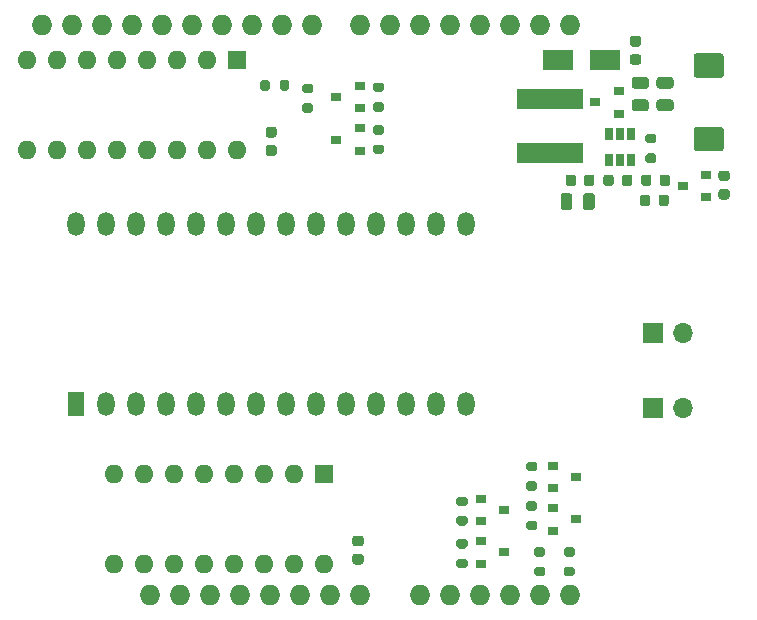
<source format=gbr>
%TF.GenerationSoftware,KiCad,Pcbnew,(5.1.9)-1*%
%TF.CreationDate,2023-04-19T23:26:57+02:00*%
%TF.ProjectId,w27c512_ardu_prog_K24DP6B78EA,77323763-3531-4325-9f61-7264755f7072,rev?*%
%TF.SameCoordinates,Original*%
%TF.FileFunction,Soldermask,Top*%
%TF.FilePolarity,Negative*%
%FSLAX46Y46*%
G04 Gerber Fmt 4.6, Leading zero omitted, Abs format (unit mm)*
G04 Created by KiCad (PCBNEW (5.1.9)-1) date 2023-04-19 23:26:57*
%MOMM*%
%LPD*%
G01*
G04 APERTURE LIST*
%ADD10O,1.727200X1.727200*%
%ADD11O,1.440000X2.000000*%
%ADD12R,1.440000X2.000000*%
%ADD13R,0.650000X1.060000*%
%ADD14O,1.600000X1.600000*%
%ADD15R,1.600000X1.600000*%
%ADD16R,0.900000X0.800000*%
%ADD17R,5.700000X1.800000*%
%ADD18O,1.700000X1.700000*%
%ADD19R,1.700000X1.700000*%
%ADD20R,2.500000X1.800000*%
G04 APERTURE END LIST*
D10*
%TO.C,XA1*%
X175820000Y-111110000D03*
X173280000Y-111110000D03*
X170740000Y-111110000D03*
X168200000Y-111110000D03*
X165660000Y-111110000D03*
X140260000Y-111110000D03*
X146356000Y-62850000D03*
X143816000Y-62850000D03*
X141276000Y-62850000D03*
X136196000Y-62850000D03*
X133656000Y-62850000D03*
X131116000Y-62850000D03*
X148896000Y-62850000D03*
X151436000Y-62850000D03*
X153976000Y-62850000D03*
X138736000Y-62850000D03*
X158040000Y-62850000D03*
X160580000Y-62850000D03*
X163120000Y-62850000D03*
X165660000Y-62850000D03*
X168200000Y-62850000D03*
X170740000Y-62850000D03*
X173280000Y-62850000D03*
X175820000Y-62850000D03*
X142800000Y-111110000D03*
X145340000Y-111110000D03*
X147880000Y-111110000D03*
X150420000Y-111110000D03*
X152960000Y-111110000D03*
X155500000Y-111110000D03*
X158040000Y-111110000D03*
X163120000Y-111110000D03*
%TD*%
%TO.C,C2*%
G36*
G01*
X150800000Y-72375000D02*
X150300000Y-72375000D01*
G75*
G02*
X150075000Y-72150000I0J225000D01*
G01*
X150075000Y-71700000D01*
G75*
G02*
X150300000Y-71475000I225000J0D01*
G01*
X150800000Y-71475000D01*
G75*
G02*
X151025000Y-71700000I0J-225000D01*
G01*
X151025000Y-72150000D01*
G75*
G02*
X150800000Y-72375000I-225000J0D01*
G01*
G37*
G36*
G01*
X150800000Y-73925000D02*
X150300000Y-73925000D01*
G75*
G02*
X150075000Y-73700000I0J225000D01*
G01*
X150075000Y-73250000D01*
G75*
G02*
X150300000Y-73025000I225000J0D01*
G01*
X150800000Y-73025000D01*
G75*
G02*
X151025000Y-73250000I0J-225000D01*
G01*
X151025000Y-73700000D01*
G75*
G02*
X150800000Y-73925000I-225000J0D01*
G01*
G37*
%TD*%
D11*
%TO.C,XU1*%
X167020000Y-79660000D03*
X167020000Y-94900000D03*
X164480000Y-79660000D03*
X164480000Y-94900000D03*
X161940000Y-79660000D03*
X161940000Y-94900000D03*
X159400000Y-79660000D03*
X159400000Y-94900000D03*
X156860000Y-79660000D03*
X156860000Y-94900000D03*
X154320000Y-79660000D03*
X154320000Y-94900000D03*
X151780000Y-79660000D03*
X151780000Y-94900000D03*
X149240000Y-79660000D03*
X149240000Y-94900000D03*
X146700000Y-79660000D03*
X146700000Y-94900000D03*
X144160000Y-79660000D03*
X144160000Y-94900000D03*
X141620000Y-79660000D03*
X141620000Y-94900000D03*
X139080000Y-79660000D03*
X139080000Y-94900000D03*
X136540000Y-79660000D03*
X136540000Y-94900000D03*
X134000000Y-79660000D03*
D12*
X134000000Y-94900000D03*
%TD*%
D13*
%TO.C,U3*%
X180100000Y-72100000D03*
X179150000Y-72100000D03*
X181050000Y-72100000D03*
X181050000Y-74300000D03*
X180100000Y-74300000D03*
X179150000Y-74300000D03*
%TD*%
D14*
%TO.C,U2*%
X147700000Y-73420000D03*
X129920000Y-65800000D03*
X145160000Y-73420000D03*
X132460000Y-65800000D03*
X142620000Y-73420000D03*
X135000000Y-65800000D03*
X140080000Y-73420000D03*
X137540000Y-65800000D03*
X137540000Y-73420000D03*
X140080000Y-65800000D03*
X135000000Y-73420000D03*
X142620000Y-65800000D03*
X132460000Y-73420000D03*
X145160000Y-65800000D03*
X129920000Y-73420000D03*
D15*
X147700000Y-65800000D03*
%TD*%
D14*
%TO.C,U1*%
X155000000Y-108520000D03*
X137220000Y-100900000D03*
X152460000Y-108520000D03*
X139760000Y-100900000D03*
X149920000Y-108520000D03*
X142300000Y-100900000D03*
X147380000Y-108520000D03*
X144840000Y-100900000D03*
X144840000Y-108520000D03*
X147380000Y-100900000D03*
X142300000Y-108520000D03*
X149920000Y-100900000D03*
X139760000Y-108520000D03*
X152460000Y-100900000D03*
X137220000Y-108520000D03*
D15*
X155000000Y-100900000D03*
%TD*%
%TO.C,R15*%
G36*
G01*
X159375000Y-72975000D02*
X159925000Y-72975000D01*
G75*
G02*
X160125000Y-73175000I0J-200000D01*
G01*
X160125000Y-73575000D01*
G75*
G02*
X159925000Y-73775000I-200000J0D01*
G01*
X159375000Y-73775000D01*
G75*
G02*
X159175000Y-73575000I0J200000D01*
G01*
X159175000Y-73175000D01*
G75*
G02*
X159375000Y-72975000I200000J0D01*
G01*
G37*
G36*
G01*
X159375000Y-71325000D02*
X159925000Y-71325000D01*
G75*
G02*
X160125000Y-71525000I0J-200000D01*
G01*
X160125000Y-71925000D01*
G75*
G02*
X159925000Y-72125000I-200000J0D01*
G01*
X159375000Y-72125000D01*
G75*
G02*
X159175000Y-71925000I0J200000D01*
G01*
X159175000Y-71525000D01*
G75*
G02*
X159375000Y-71325000I200000J0D01*
G01*
G37*
%TD*%
%TO.C,R14*%
G36*
G01*
X166975000Y-103575000D02*
X166425000Y-103575000D01*
G75*
G02*
X166225000Y-103375000I0J200000D01*
G01*
X166225000Y-102975000D01*
G75*
G02*
X166425000Y-102775000I200000J0D01*
G01*
X166975000Y-102775000D01*
G75*
G02*
X167175000Y-102975000I0J-200000D01*
G01*
X167175000Y-103375000D01*
G75*
G02*
X166975000Y-103575000I-200000J0D01*
G01*
G37*
G36*
G01*
X166975000Y-105225000D02*
X166425000Y-105225000D01*
G75*
G02*
X166225000Y-105025000I0J200000D01*
G01*
X166225000Y-104625000D01*
G75*
G02*
X166425000Y-104425000I200000J0D01*
G01*
X166975000Y-104425000D01*
G75*
G02*
X167175000Y-104625000I0J-200000D01*
G01*
X167175000Y-105025000D01*
G75*
G02*
X166975000Y-105225000I-200000J0D01*
G01*
G37*
%TD*%
%TO.C,R13*%
G36*
G01*
X172875000Y-100625000D02*
X172325000Y-100625000D01*
G75*
G02*
X172125000Y-100425000I0J200000D01*
G01*
X172125000Y-100025000D01*
G75*
G02*
X172325000Y-99825000I200000J0D01*
G01*
X172875000Y-99825000D01*
G75*
G02*
X173075000Y-100025000I0J-200000D01*
G01*
X173075000Y-100425000D01*
G75*
G02*
X172875000Y-100625000I-200000J0D01*
G01*
G37*
G36*
G01*
X172875000Y-102275000D02*
X172325000Y-102275000D01*
G75*
G02*
X172125000Y-102075000I0J200000D01*
G01*
X172125000Y-101675000D01*
G75*
G02*
X172325000Y-101475000I200000J0D01*
G01*
X172875000Y-101475000D01*
G75*
G02*
X173075000Y-101675000I0J-200000D01*
G01*
X173075000Y-102075000D01*
G75*
G02*
X172875000Y-102275000I-200000J0D01*
G01*
G37*
%TD*%
%TO.C,R12*%
G36*
G01*
X150425000Y-67675000D02*
X150425000Y-68225000D01*
G75*
G02*
X150225000Y-68425000I-200000J0D01*
G01*
X149825000Y-68425000D01*
G75*
G02*
X149625000Y-68225000I0J200000D01*
G01*
X149625000Y-67675000D01*
G75*
G02*
X149825000Y-67475000I200000J0D01*
G01*
X150225000Y-67475000D01*
G75*
G02*
X150425000Y-67675000I0J-200000D01*
G01*
G37*
G36*
G01*
X152075000Y-67675000D02*
X152075000Y-68225000D01*
G75*
G02*
X151875000Y-68425000I-200000J0D01*
G01*
X151475000Y-68425000D01*
G75*
G02*
X151275000Y-68225000I0J200000D01*
G01*
X151275000Y-67675000D01*
G75*
G02*
X151475000Y-67475000I200000J0D01*
G01*
X151875000Y-67475000D01*
G75*
G02*
X152075000Y-67675000I0J-200000D01*
G01*
G37*
%TD*%
%TO.C,R11*%
G36*
G01*
X189156250Y-76050000D02*
X188643750Y-76050000D01*
G75*
G02*
X188425000Y-75831250I0J218750D01*
G01*
X188425000Y-75393750D01*
G75*
G02*
X188643750Y-75175000I218750J0D01*
G01*
X189156250Y-75175000D01*
G75*
G02*
X189375000Y-75393750I0J-218750D01*
G01*
X189375000Y-75831250D01*
G75*
G02*
X189156250Y-76050000I-218750J0D01*
G01*
G37*
G36*
G01*
X189156250Y-77625000D02*
X188643750Y-77625000D01*
G75*
G02*
X188425000Y-77406250I0J218750D01*
G01*
X188425000Y-76968750D01*
G75*
G02*
X188643750Y-76750000I218750J0D01*
G01*
X189156250Y-76750000D01*
G75*
G02*
X189375000Y-76968750I0J-218750D01*
G01*
X189375000Y-77406250D01*
G75*
G02*
X189156250Y-77625000I-218750J0D01*
G01*
G37*
%TD*%
%TO.C,R10*%
G36*
G01*
X179550000Y-75743750D02*
X179550000Y-76256250D01*
G75*
G02*
X179331250Y-76475000I-218750J0D01*
G01*
X178893750Y-76475000D01*
G75*
G02*
X178675000Y-76256250I0J218750D01*
G01*
X178675000Y-75743750D01*
G75*
G02*
X178893750Y-75525000I218750J0D01*
G01*
X179331250Y-75525000D01*
G75*
G02*
X179550000Y-75743750I0J-218750D01*
G01*
G37*
G36*
G01*
X181125000Y-75743750D02*
X181125000Y-76256250D01*
G75*
G02*
X180906250Y-76475000I-218750J0D01*
G01*
X180468750Y-76475000D01*
G75*
G02*
X180250000Y-76256250I0J218750D01*
G01*
X180250000Y-75743750D01*
G75*
G02*
X180468750Y-75525000I218750J0D01*
G01*
X180906250Y-75525000D01*
G75*
G02*
X181125000Y-75743750I0J-218750D01*
G01*
G37*
%TD*%
%TO.C,R9*%
G36*
G01*
X159925000Y-68525000D02*
X159375000Y-68525000D01*
G75*
G02*
X159175000Y-68325000I0J200000D01*
G01*
X159175000Y-67925000D01*
G75*
G02*
X159375000Y-67725000I200000J0D01*
G01*
X159925000Y-67725000D01*
G75*
G02*
X160125000Y-67925000I0J-200000D01*
G01*
X160125000Y-68325000D01*
G75*
G02*
X159925000Y-68525000I-200000J0D01*
G01*
G37*
G36*
G01*
X159925000Y-70175000D02*
X159375000Y-70175000D01*
G75*
G02*
X159175000Y-69975000I0J200000D01*
G01*
X159175000Y-69575000D01*
G75*
G02*
X159375000Y-69375000I200000J0D01*
G01*
X159925000Y-69375000D01*
G75*
G02*
X160125000Y-69575000I0J-200000D01*
G01*
X160125000Y-69975000D01*
G75*
G02*
X159925000Y-70175000I-200000J0D01*
G01*
G37*
%TD*%
%TO.C,R8*%
G36*
G01*
X166425000Y-108025000D02*
X166975000Y-108025000D01*
G75*
G02*
X167175000Y-108225000I0J-200000D01*
G01*
X167175000Y-108625000D01*
G75*
G02*
X166975000Y-108825000I-200000J0D01*
G01*
X166425000Y-108825000D01*
G75*
G02*
X166225000Y-108625000I0J200000D01*
G01*
X166225000Y-108225000D01*
G75*
G02*
X166425000Y-108025000I200000J0D01*
G01*
G37*
G36*
G01*
X166425000Y-106375000D02*
X166975000Y-106375000D01*
G75*
G02*
X167175000Y-106575000I0J-200000D01*
G01*
X167175000Y-106975000D01*
G75*
G02*
X166975000Y-107175000I-200000J0D01*
G01*
X166425000Y-107175000D01*
G75*
G02*
X166225000Y-106975000I0J200000D01*
G01*
X166225000Y-106575000D01*
G75*
G02*
X166425000Y-106375000I200000J0D01*
G01*
G37*
%TD*%
%TO.C,R7*%
G36*
G01*
X182425000Y-73725000D02*
X182975000Y-73725000D01*
G75*
G02*
X183175000Y-73925000I0J-200000D01*
G01*
X183175000Y-74325000D01*
G75*
G02*
X182975000Y-74525000I-200000J0D01*
G01*
X182425000Y-74525000D01*
G75*
G02*
X182225000Y-74325000I0J200000D01*
G01*
X182225000Y-73925000D01*
G75*
G02*
X182425000Y-73725000I200000J0D01*
G01*
G37*
G36*
G01*
X182425000Y-72075000D02*
X182975000Y-72075000D01*
G75*
G02*
X183175000Y-72275000I0J-200000D01*
G01*
X183175000Y-72675000D01*
G75*
G02*
X182975000Y-72875000I-200000J0D01*
G01*
X182425000Y-72875000D01*
G75*
G02*
X182225000Y-72675000I0J200000D01*
G01*
X182225000Y-72275000D01*
G75*
G02*
X182425000Y-72075000I200000J0D01*
G01*
G37*
%TD*%
%TO.C,R6*%
G36*
G01*
X172325000Y-104825000D02*
X172875000Y-104825000D01*
G75*
G02*
X173075000Y-105025000I0J-200000D01*
G01*
X173075000Y-105425000D01*
G75*
G02*
X172875000Y-105625000I-200000J0D01*
G01*
X172325000Y-105625000D01*
G75*
G02*
X172125000Y-105425000I0J200000D01*
G01*
X172125000Y-105025000D01*
G75*
G02*
X172325000Y-104825000I200000J0D01*
G01*
G37*
G36*
G01*
X172325000Y-103175000D02*
X172875000Y-103175000D01*
G75*
G02*
X173075000Y-103375000I0J-200000D01*
G01*
X173075000Y-103775000D01*
G75*
G02*
X172875000Y-103975000I-200000J0D01*
G01*
X172325000Y-103975000D01*
G75*
G02*
X172125000Y-103775000I0J200000D01*
G01*
X172125000Y-103375000D01*
G75*
G02*
X172325000Y-103175000I200000J0D01*
G01*
G37*
%TD*%
%TO.C,R5*%
G36*
G01*
X183350000Y-77956250D02*
X183350000Y-77443750D01*
G75*
G02*
X183568750Y-77225000I218750J0D01*
G01*
X184006250Y-77225000D01*
G75*
G02*
X184225000Y-77443750I0J-218750D01*
G01*
X184225000Y-77956250D01*
G75*
G02*
X184006250Y-78175000I-218750J0D01*
G01*
X183568750Y-78175000D01*
G75*
G02*
X183350000Y-77956250I0J218750D01*
G01*
G37*
G36*
G01*
X181775000Y-77956250D02*
X181775000Y-77443750D01*
G75*
G02*
X181993750Y-77225000I218750J0D01*
G01*
X182431250Y-77225000D01*
G75*
G02*
X182650000Y-77443750I0J-218750D01*
G01*
X182650000Y-77956250D01*
G75*
G02*
X182431250Y-78175000I-218750J0D01*
G01*
X181993750Y-78175000D01*
G75*
G02*
X181775000Y-77956250I0J218750D01*
G01*
G37*
%TD*%
%TO.C,R4*%
G36*
G01*
X182750000Y-75743750D02*
X182750000Y-76256250D01*
G75*
G02*
X182531250Y-76475000I-218750J0D01*
G01*
X182093750Y-76475000D01*
G75*
G02*
X181875000Y-76256250I0J218750D01*
G01*
X181875000Y-75743750D01*
G75*
G02*
X182093750Y-75525000I218750J0D01*
G01*
X182531250Y-75525000D01*
G75*
G02*
X182750000Y-75743750I0J-218750D01*
G01*
G37*
G36*
G01*
X184325000Y-75743750D02*
X184325000Y-76256250D01*
G75*
G02*
X184106250Y-76475000I-218750J0D01*
G01*
X183668750Y-76475000D01*
G75*
G02*
X183450000Y-76256250I0J218750D01*
G01*
X183450000Y-75743750D01*
G75*
G02*
X183668750Y-75525000I218750J0D01*
G01*
X184106250Y-75525000D01*
G75*
G02*
X184325000Y-75743750I0J-218750D01*
G01*
G37*
%TD*%
%TO.C,R3*%
G36*
G01*
X173025000Y-108725000D02*
X173575000Y-108725000D01*
G75*
G02*
X173775000Y-108925000I0J-200000D01*
G01*
X173775000Y-109325000D01*
G75*
G02*
X173575000Y-109525000I-200000J0D01*
G01*
X173025000Y-109525000D01*
G75*
G02*
X172825000Y-109325000I0J200000D01*
G01*
X172825000Y-108925000D01*
G75*
G02*
X173025000Y-108725000I200000J0D01*
G01*
G37*
G36*
G01*
X173025000Y-107075000D02*
X173575000Y-107075000D01*
G75*
G02*
X173775000Y-107275000I0J-200000D01*
G01*
X173775000Y-107675000D01*
G75*
G02*
X173575000Y-107875000I-200000J0D01*
G01*
X173025000Y-107875000D01*
G75*
G02*
X172825000Y-107675000I0J200000D01*
G01*
X172825000Y-107275000D01*
G75*
G02*
X173025000Y-107075000I200000J0D01*
G01*
G37*
%TD*%
%TO.C,R2*%
G36*
G01*
X153925000Y-68625000D02*
X153375000Y-68625000D01*
G75*
G02*
X153175000Y-68425000I0J200000D01*
G01*
X153175000Y-68025000D01*
G75*
G02*
X153375000Y-67825000I200000J0D01*
G01*
X153925000Y-67825000D01*
G75*
G02*
X154125000Y-68025000I0J-200000D01*
G01*
X154125000Y-68425000D01*
G75*
G02*
X153925000Y-68625000I-200000J0D01*
G01*
G37*
G36*
G01*
X153925000Y-70275000D02*
X153375000Y-70275000D01*
G75*
G02*
X153175000Y-70075000I0J200000D01*
G01*
X153175000Y-69675000D01*
G75*
G02*
X153375000Y-69475000I200000J0D01*
G01*
X153925000Y-69475000D01*
G75*
G02*
X154125000Y-69675000I0J-200000D01*
G01*
X154125000Y-70075000D01*
G75*
G02*
X153925000Y-70275000I-200000J0D01*
G01*
G37*
%TD*%
%TO.C,R1*%
G36*
G01*
X175525000Y-108725000D02*
X176075000Y-108725000D01*
G75*
G02*
X176275000Y-108925000I0J-200000D01*
G01*
X176275000Y-109325000D01*
G75*
G02*
X176075000Y-109525000I-200000J0D01*
G01*
X175525000Y-109525000D01*
G75*
G02*
X175325000Y-109325000I0J200000D01*
G01*
X175325000Y-108925000D01*
G75*
G02*
X175525000Y-108725000I200000J0D01*
G01*
G37*
G36*
G01*
X175525000Y-107075000D02*
X176075000Y-107075000D01*
G75*
G02*
X176275000Y-107275000I0J-200000D01*
G01*
X176275000Y-107675000D01*
G75*
G02*
X176075000Y-107875000I-200000J0D01*
G01*
X175525000Y-107875000D01*
G75*
G02*
X175325000Y-107675000I0J200000D01*
G01*
X175325000Y-107275000D01*
G75*
G02*
X175525000Y-107075000I200000J0D01*
G01*
G37*
%TD*%
D16*
%TO.C,Q8*%
X156050000Y-72550000D03*
X158050000Y-71600000D03*
X158050000Y-73500000D03*
%TD*%
%TO.C,Q7*%
X170300000Y-103900000D03*
X168300000Y-104850000D03*
X168300000Y-102950000D03*
%TD*%
%TO.C,Q6*%
X176400000Y-101100000D03*
X174400000Y-102050000D03*
X174400000Y-100150000D03*
%TD*%
%TO.C,Q5*%
X156050000Y-68950000D03*
X158050000Y-68000000D03*
X158050000Y-69900000D03*
%TD*%
%TO.C,Q4*%
X170300000Y-107500000D03*
X168300000Y-108450000D03*
X168300000Y-106550000D03*
%TD*%
%TO.C,Q3*%
X176400000Y-104700000D03*
X174400000Y-105650000D03*
X174400000Y-103750000D03*
%TD*%
%TO.C,Q2*%
X185400000Y-76500000D03*
X187400000Y-75550000D03*
X187400000Y-77450000D03*
%TD*%
%TO.C,Q1*%
X178000000Y-69400000D03*
X180000000Y-68450000D03*
X180000000Y-70350000D03*
%TD*%
D17*
%TO.C,L1*%
X174200000Y-69100000D03*
X174200000Y-73700000D03*
%TD*%
D18*
%TO.C,J2*%
X185420000Y-95250000D03*
D19*
X182880000Y-95250000D03*
%TD*%
D18*
%TO.C,J1*%
X185420000Y-88900000D03*
D19*
X182880000Y-88900000D03*
%TD*%
D20*
%TO.C,D1*%
X174800000Y-65800000D03*
X178800000Y-65800000D03*
%TD*%
%TO.C,C9*%
G36*
G01*
X186575000Y-71475000D02*
X188625000Y-71475000D01*
G75*
G02*
X188875000Y-71725000I0J-250000D01*
G01*
X188875000Y-73300000D01*
G75*
G02*
X188625000Y-73550000I-250000J0D01*
G01*
X186575000Y-73550000D01*
G75*
G02*
X186325000Y-73300000I0J250000D01*
G01*
X186325000Y-71725000D01*
G75*
G02*
X186575000Y-71475000I250000J0D01*
G01*
G37*
G36*
G01*
X186575000Y-65250000D02*
X188625000Y-65250000D01*
G75*
G02*
X188875000Y-65500000I0J-250000D01*
G01*
X188875000Y-67075000D01*
G75*
G02*
X188625000Y-67325000I-250000J0D01*
G01*
X186575000Y-67325000D01*
G75*
G02*
X186325000Y-67075000I0J250000D01*
G01*
X186325000Y-65500000D01*
G75*
G02*
X186575000Y-65250000I250000J0D01*
G01*
G37*
%TD*%
%TO.C,C8*%
G36*
G01*
X182275000Y-68250000D02*
X181325000Y-68250000D01*
G75*
G02*
X181075000Y-68000000I0J250000D01*
G01*
X181075000Y-67500000D01*
G75*
G02*
X181325000Y-67250000I250000J0D01*
G01*
X182275000Y-67250000D01*
G75*
G02*
X182525000Y-67500000I0J-250000D01*
G01*
X182525000Y-68000000D01*
G75*
G02*
X182275000Y-68250000I-250000J0D01*
G01*
G37*
G36*
G01*
X182275000Y-70150000D02*
X181325000Y-70150000D01*
G75*
G02*
X181075000Y-69900000I0J250000D01*
G01*
X181075000Y-69400000D01*
G75*
G02*
X181325000Y-69150000I250000J0D01*
G01*
X182275000Y-69150000D01*
G75*
G02*
X182525000Y-69400000I0J-250000D01*
G01*
X182525000Y-69900000D01*
G75*
G02*
X182275000Y-70150000I-250000J0D01*
G01*
G37*
%TD*%
%TO.C,C7*%
G36*
G01*
X184375000Y-68250000D02*
X183425000Y-68250000D01*
G75*
G02*
X183175000Y-68000000I0J250000D01*
G01*
X183175000Y-67500000D01*
G75*
G02*
X183425000Y-67250000I250000J0D01*
G01*
X184375000Y-67250000D01*
G75*
G02*
X184625000Y-67500000I0J-250000D01*
G01*
X184625000Y-68000000D01*
G75*
G02*
X184375000Y-68250000I-250000J0D01*
G01*
G37*
G36*
G01*
X184375000Y-70150000D02*
X183425000Y-70150000D01*
G75*
G02*
X183175000Y-69900000I0J250000D01*
G01*
X183175000Y-69400000D01*
G75*
G02*
X183425000Y-69150000I250000J0D01*
G01*
X184375000Y-69150000D01*
G75*
G02*
X184625000Y-69400000I0J-250000D01*
G01*
X184625000Y-69900000D01*
G75*
G02*
X184375000Y-70150000I-250000J0D01*
G01*
G37*
%TD*%
%TO.C,C6*%
G36*
G01*
X181150000Y-65325000D02*
X181650000Y-65325000D01*
G75*
G02*
X181875000Y-65550000I0J-225000D01*
G01*
X181875000Y-66000000D01*
G75*
G02*
X181650000Y-66225000I-225000J0D01*
G01*
X181150000Y-66225000D01*
G75*
G02*
X180925000Y-66000000I0J225000D01*
G01*
X180925000Y-65550000D01*
G75*
G02*
X181150000Y-65325000I225000J0D01*
G01*
G37*
G36*
G01*
X181150000Y-63775000D02*
X181650000Y-63775000D01*
G75*
G02*
X181875000Y-64000000I0J-225000D01*
G01*
X181875000Y-64450000D01*
G75*
G02*
X181650000Y-64675000I-225000J0D01*
G01*
X181150000Y-64675000D01*
G75*
G02*
X180925000Y-64450000I0J225000D01*
G01*
X180925000Y-64000000D01*
G75*
G02*
X181150000Y-63775000I225000J0D01*
G01*
G37*
%TD*%
%TO.C,C5*%
G36*
G01*
X177025000Y-76250000D02*
X177025000Y-75750000D01*
G75*
G02*
X177250000Y-75525000I225000J0D01*
G01*
X177700000Y-75525000D01*
G75*
G02*
X177925000Y-75750000I0J-225000D01*
G01*
X177925000Y-76250000D01*
G75*
G02*
X177700000Y-76475000I-225000J0D01*
G01*
X177250000Y-76475000D01*
G75*
G02*
X177025000Y-76250000I0J225000D01*
G01*
G37*
G36*
G01*
X175475000Y-76250000D02*
X175475000Y-75750000D01*
G75*
G02*
X175700000Y-75525000I225000J0D01*
G01*
X176150000Y-75525000D01*
G75*
G02*
X176375000Y-75750000I0J-225000D01*
G01*
X176375000Y-76250000D01*
G75*
G02*
X176150000Y-76475000I-225000J0D01*
G01*
X175700000Y-76475000D01*
G75*
G02*
X175475000Y-76250000I0J225000D01*
G01*
G37*
%TD*%
%TO.C,C4*%
G36*
G01*
X176950000Y-78275000D02*
X176950000Y-77325000D01*
G75*
G02*
X177200000Y-77075000I250000J0D01*
G01*
X177700000Y-77075000D01*
G75*
G02*
X177950000Y-77325000I0J-250000D01*
G01*
X177950000Y-78275000D01*
G75*
G02*
X177700000Y-78525000I-250000J0D01*
G01*
X177200000Y-78525000D01*
G75*
G02*
X176950000Y-78275000I0J250000D01*
G01*
G37*
G36*
G01*
X175050000Y-78275000D02*
X175050000Y-77325000D01*
G75*
G02*
X175300000Y-77075000I250000J0D01*
G01*
X175800000Y-77075000D01*
G75*
G02*
X176050000Y-77325000I0J-250000D01*
G01*
X176050000Y-78275000D01*
G75*
G02*
X175800000Y-78525000I-250000J0D01*
G01*
X175300000Y-78525000D01*
G75*
G02*
X175050000Y-78275000I0J250000D01*
G01*
G37*
%TD*%
%TO.C,C3*%
G36*
G01*
X158150000Y-106975000D02*
X157650000Y-106975000D01*
G75*
G02*
X157425000Y-106750000I0J225000D01*
G01*
X157425000Y-106300000D01*
G75*
G02*
X157650000Y-106075000I225000J0D01*
G01*
X158150000Y-106075000D01*
G75*
G02*
X158375000Y-106300000I0J-225000D01*
G01*
X158375000Y-106750000D01*
G75*
G02*
X158150000Y-106975000I-225000J0D01*
G01*
G37*
G36*
G01*
X158150000Y-108525000D02*
X157650000Y-108525000D01*
G75*
G02*
X157425000Y-108300000I0J225000D01*
G01*
X157425000Y-107850000D01*
G75*
G02*
X157650000Y-107625000I225000J0D01*
G01*
X158150000Y-107625000D01*
G75*
G02*
X158375000Y-107850000I0J-225000D01*
G01*
X158375000Y-108300000D01*
G75*
G02*
X158150000Y-108525000I-225000J0D01*
G01*
G37*
%TD*%
M02*

</source>
